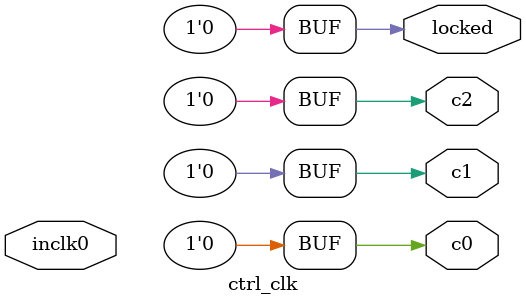
<source format=v>
module ctrl_clk(	// file.cleaned.mlir:2:3
  input  inclk0,	// file.cleaned.mlir:2:26
  output c0,	// file.cleaned.mlir:2:44
         c1,	// file.cleaned.mlir:2:57
         c2,	// file.cleaned.mlir:2:70
         locked	// file.cleaned.mlir:2:83
);

  assign c0 = 1'h0;	// file.cleaned.mlir:3:14, :4:5
  assign c1 = 1'h0;	// file.cleaned.mlir:3:14, :4:5
  assign c2 = 1'h0;	// file.cleaned.mlir:3:14, :4:5
  assign locked = 1'h0;	// file.cleaned.mlir:3:14, :4:5
endmodule


</source>
